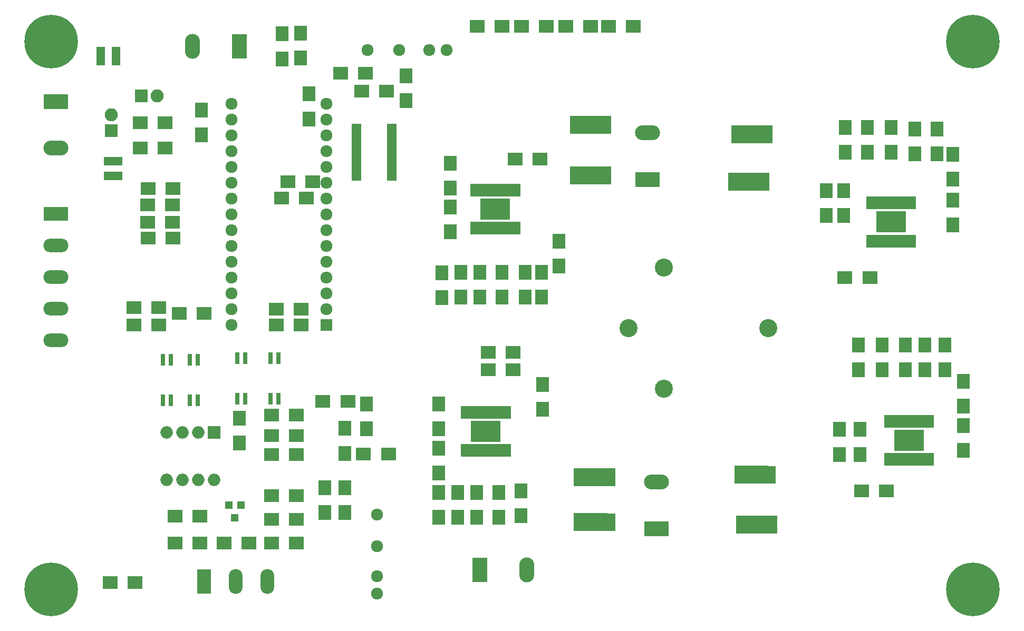
<source format=gts>
G04 #@! TF.FileFunction,Soldermask,Top*
%FSLAX46Y46*%
G04 Gerber Fmt 4.6, Leading zero omitted, Abs format (unit mm)*
G04 Created by KiCad (PCBNEW 4.0.6) date 11/14/17 15:59:32*
%MOMM*%
%LPD*%
G01*
G04 APERTURE LIST*
%ADD10C,0.100000*%
%ADD11C,2.900000*%
%ADD12R,2.100000X2.400000*%
%ADD13R,1.924000X1.924000*%
%ADD14C,1.924000*%
%ADD15R,2.400000X2.000000*%
%ADD16R,2.000000X2.400000*%
%ADD17R,2.400000X2.100000*%
%ADD18R,2.000000X2.000000*%
%ADD19O,2.000000X2.000000*%
%ADD20R,1.400000X0.850000*%
%ADD21R,5.400000X2.850000*%
%ADD22R,0.800000X1.900000*%
%ADD23R,1.100000X1.400000*%
%ADD24R,1.400000X1.100000*%
%ADD25R,1.200000X1.300000*%
%ADD26C,8.600000*%
%ADD27R,2.100000X2.100000*%
%ADD28O,2.100000X2.100000*%
%ADD29R,0.850000X2.050000*%
%ADD30R,4.720000X3.400000*%
%ADD31C,0.900000*%
%ADD32R,4.000000X2.200000*%
%ADD33O,4.000000X2.200000*%
%ADD34R,2.200000X4.000000*%
%ADD35O,2.200000X4.000000*%
%ADD36R,2.400000X4.000000*%
%ADD37O,2.400000X4.000000*%
%ADD38R,4.000000X2.400000*%
%ADD39O,4.000000X2.400000*%
%ADD40R,1.500000X0.800000*%
G04 APERTURE END LIST*
D10*
D11*
X133170000Y-64008000D03*
X110670000Y-64008000D03*
X116420000Y-73758000D03*
X116420000Y-54258000D03*
D12*
X156718000Y-32036000D03*
X156718000Y-36036000D03*
D13*
X62230000Y-63500000D03*
D14*
X62230000Y-60960000D03*
X62230000Y-58420000D03*
X62230000Y-55880000D03*
X62230000Y-53340000D03*
X62230000Y-50800000D03*
X62230000Y-48260000D03*
X62230000Y-45720000D03*
X62230000Y-43180000D03*
X62230000Y-40640000D03*
X62230000Y-38100000D03*
X62230000Y-35560000D03*
X62230000Y-33020000D03*
X62230000Y-30480000D03*
X62230000Y-27940000D03*
X46990000Y-27940000D03*
X46990000Y-30480000D03*
X46990000Y-33020000D03*
X46990000Y-35560000D03*
X46990000Y-38100000D03*
X46990000Y-40640000D03*
X46990000Y-43180000D03*
X46990000Y-45720000D03*
X46990000Y-48260000D03*
X46990000Y-50800000D03*
X46990000Y-53340000D03*
X46990000Y-55880000D03*
X46990000Y-58420000D03*
X46990000Y-60960000D03*
X46990000Y-63500000D03*
D15*
X35274000Y-60706000D03*
X31274000Y-60706000D03*
D16*
X42164000Y-32988000D03*
X42164000Y-28988000D03*
X149098000Y-35782000D03*
X149098000Y-31782000D03*
X142494000Y-41942000D03*
X142494000Y-45942000D03*
X145288000Y-41942000D03*
X145288000Y-45942000D03*
X58013600Y-20592800D03*
X58013600Y-16592800D03*
X152908000Y-35782000D03*
X152908000Y-31782000D03*
X55118000Y-20745200D03*
X55118000Y-16745200D03*
X90424000Y-55023000D03*
X90424000Y-59023000D03*
X99568000Y-50070000D03*
X99568000Y-54070000D03*
X96774000Y-55023000D03*
X96774000Y-59023000D03*
X86868000Y-55023000D03*
X86868000Y-59023000D03*
X94107000Y-59023000D03*
X94107000Y-55023000D03*
X151417000Y-70726000D03*
X151417000Y-66726000D03*
X144559000Y-80315000D03*
X144559000Y-84315000D03*
X147861000Y-80315000D03*
X147861000Y-84315000D03*
X155194000Y-70707000D03*
X155194000Y-66707000D03*
X147607000Y-66726000D03*
X147607000Y-70726000D03*
X65151000Y-84143600D03*
X65151000Y-80143600D03*
D15*
X68154800Y-84251800D03*
X72154800Y-84251800D03*
X53372000Y-98552000D03*
X57372000Y-98552000D03*
D16*
X89916000Y-90456000D03*
X89916000Y-94456000D03*
D15*
X92170000Y-67945000D03*
X88170000Y-67945000D03*
X41878000Y-94234000D03*
X37878000Y-94234000D03*
D16*
X96901000Y-73057000D03*
X96901000Y-77057000D03*
D15*
X53372000Y-94742000D03*
X57372000Y-94742000D03*
D16*
X86360000Y-90456000D03*
X86360000Y-94456000D03*
D15*
X41878000Y-98552000D03*
X37878000Y-98552000D03*
X31464000Y-104902000D03*
X27464000Y-104902000D03*
D16*
X93472000Y-94176600D03*
X93472000Y-90176600D03*
D12*
X162814000Y-40100000D03*
X162814000Y-36100000D03*
D17*
X90392000Y-15494000D03*
X86392000Y-15494000D03*
D12*
X82072500Y-44526500D03*
X82072500Y-48526500D03*
X80264000Y-83344000D03*
X80264000Y-87344000D03*
D17*
X65627000Y-75793600D03*
X61627000Y-75793600D03*
X64471800Y-23088600D03*
X68471800Y-23088600D03*
D12*
X65125600Y-89668600D03*
X65125600Y-93668600D03*
X162814000Y-43466000D03*
X162814000Y-47466000D03*
X160274000Y-32036000D03*
X160274000Y-36036000D03*
D17*
X145447000Y-55880000D03*
X149447000Y-55880000D03*
D12*
X74980800Y-27450800D03*
X74980800Y-23450800D03*
X82067400Y-41547800D03*
X82067400Y-37547800D03*
D17*
X93504000Y-15494000D03*
X97504000Y-15494000D03*
X100616000Y-15494000D03*
X104616000Y-15494000D03*
X107474000Y-15494000D03*
X111474000Y-15494000D03*
D12*
X80772000Y-59150000D03*
X80772000Y-55150000D03*
X83820000Y-59023000D03*
X83820000Y-55023000D03*
D17*
X96488000Y-36830000D03*
X92488000Y-36830000D03*
X31274000Y-63500000D03*
X35274000Y-63500000D03*
X32290000Y-30988000D03*
X36290000Y-30988000D03*
X32290000Y-35052000D03*
X36290000Y-35052000D03*
D12*
X164465000Y-79661000D03*
X164465000Y-83661000D03*
X161544000Y-66707000D03*
X161544000Y-70707000D03*
D17*
X54134000Y-60960000D03*
X58134000Y-60960000D03*
X58997600Y-43078400D03*
X54997600Y-43078400D03*
X58134000Y-63500000D03*
X54134000Y-63500000D03*
X55988200Y-40462200D03*
X59988200Y-40462200D03*
D12*
X158275000Y-66726000D03*
X158275000Y-70726000D03*
D17*
X148114000Y-90170000D03*
X152114000Y-90170000D03*
X57372000Y-77978000D03*
X53372000Y-77978000D03*
D12*
X48260000Y-78518000D03*
X48260000Y-82518000D03*
D17*
X57372000Y-84328000D03*
X53372000Y-84328000D03*
X57372000Y-81280000D03*
X53372000Y-81280000D03*
D12*
X80264000Y-80232000D03*
X80264000Y-76232000D03*
X68656200Y-76232000D03*
X68656200Y-80232000D03*
D17*
X45752000Y-98552000D03*
X49752000Y-98552000D03*
D12*
X61976000Y-89694000D03*
X61976000Y-93694000D03*
D17*
X53372000Y-90932000D03*
X57372000Y-90932000D03*
D12*
X80264000Y-94456000D03*
X80264000Y-90456000D03*
X83312000Y-94456000D03*
X83312000Y-90456000D03*
D17*
X92170000Y-70739000D03*
X88170000Y-70739000D03*
D14*
X81534000Y-19304000D03*
X78740000Y-19304000D03*
X73914000Y-19304000D03*
X68834000Y-19304000D03*
X70358000Y-106680000D03*
X70358000Y-103886000D03*
X70358000Y-99060000D03*
X70358000Y-93980000D03*
D18*
X44196000Y-80772000D03*
D19*
X36576000Y-88392000D03*
X41656000Y-80772000D03*
X39116000Y-88392000D03*
X39116000Y-80772000D03*
X41656000Y-88392000D03*
X36576000Y-80772000D03*
X44196000Y-88392000D03*
D20*
X132640000Y-40164000D03*
X132640000Y-39514000D03*
X132640000Y-40824000D03*
X132640000Y-41484000D03*
D21*
X129410000Y-40494000D03*
D20*
X107240000Y-39148000D03*
X107240000Y-38498000D03*
X107240000Y-39808000D03*
X107240000Y-40468000D03*
D21*
X104010000Y-39478000D03*
D20*
X133148000Y-32544000D03*
X133148000Y-31894000D03*
X133148000Y-33204000D03*
X133148000Y-33864000D03*
D21*
X129918000Y-32874000D03*
D20*
X107240000Y-31020000D03*
X107240000Y-30370000D03*
X107240000Y-31680000D03*
X107240000Y-32340000D03*
D21*
X104010000Y-31350000D03*
D20*
X133656000Y-87281000D03*
X133656000Y-86631000D03*
X133656000Y-87941000D03*
X133656000Y-88601000D03*
D21*
X130426000Y-87611000D03*
D20*
X107875000Y-87662000D03*
X107875000Y-87012000D03*
X107875000Y-88322000D03*
X107875000Y-88982000D03*
D21*
X104645000Y-87992000D03*
D20*
X133910000Y-95282000D03*
X133910000Y-94632000D03*
X133910000Y-95942000D03*
X133910000Y-96602000D03*
D21*
X130680000Y-95612000D03*
D20*
X107875000Y-94901000D03*
X107875000Y-94251000D03*
X107875000Y-95561000D03*
X107875000Y-96221000D03*
D21*
X104645000Y-95231000D03*
D22*
X53213000Y-75411000D03*
X54483000Y-75411000D03*
X54483000Y-68861000D03*
X53213000Y-68861000D03*
X47879000Y-75411000D03*
X49149000Y-75411000D03*
X49149000Y-68861000D03*
X47879000Y-68861000D03*
X41529000Y-69115000D03*
X40259000Y-69115000D03*
X40259000Y-75665000D03*
X41529000Y-75665000D03*
X37211000Y-69115000D03*
X35941000Y-69115000D03*
X35941000Y-75665000D03*
X37211000Y-75665000D03*
D16*
X145542000Y-31782000D03*
X145542000Y-35782000D03*
D17*
X71850000Y-25958800D03*
X67850000Y-25958800D03*
D23*
X26990000Y-39554000D03*
X27940000Y-39554000D03*
X28890000Y-39554000D03*
X28890000Y-37154000D03*
X27940000Y-37154000D03*
X26990000Y-37154000D03*
D24*
X28378000Y-21270000D03*
X28378000Y-20320000D03*
X28378000Y-19370000D03*
X25978000Y-19370000D03*
X25978000Y-20320000D03*
X25978000Y-21270000D03*
D12*
X164465000Y-76549000D03*
X164465000Y-72549000D03*
D25*
X48448000Y-92472000D03*
X46548000Y-92472000D03*
X47498000Y-94472000D03*
D26*
X166000000Y-106000000D03*
X18000000Y-18000000D03*
X166000000Y-18000000D03*
X18000000Y-106000000D03*
D27*
X27686000Y-32258000D03*
D28*
X27686000Y-29718000D03*
D27*
X32512000Y-26670000D03*
D28*
X35052000Y-26670000D03*
D29*
X149300000Y-50021000D03*
X149950000Y-50021000D03*
X150600000Y-50021000D03*
X151250000Y-50021000D03*
X151900000Y-50021000D03*
X152550000Y-50021000D03*
X153200000Y-50021000D03*
X153850000Y-50021000D03*
X154500000Y-50021000D03*
X155150000Y-50021000D03*
X155800000Y-50021000D03*
X156450000Y-50021000D03*
X156450000Y-43921000D03*
X155800000Y-43921000D03*
X155150000Y-43921000D03*
X154500000Y-43921000D03*
X153850000Y-43921000D03*
X153200000Y-43921000D03*
X152550000Y-43921000D03*
X151900000Y-43921000D03*
X151250000Y-43921000D03*
X150600000Y-43921000D03*
X149950000Y-43921000D03*
X149300000Y-43921000D03*
D30*
X152875000Y-46971000D03*
D31*
X151732000Y-45828000D03*
X154018000Y-45828000D03*
X154018000Y-48114000D03*
X151732000Y-48114000D03*
X151732000Y-46971000D03*
X152494000Y-48114000D03*
X152494000Y-46971000D03*
X152494000Y-45828000D03*
X153256000Y-45828000D03*
X153256000Y-46971000D03*
X153256000Y-48114000D03*
X154018000Y-46971000D03*
D29*
X92886500Y-41825500D03*
X92236500Y-41825500D03*
X91586500Y-41825500D03*
X90936500Y-41825500D03*
X90286500Y-41825500D03*
X89636500Y-41825500D03*
X88986500Y-41825500D03*
X88336500Y-41825500D03*
X87686500Y-41825500D03*
X87036500Y-41825500D03*
X86386500Y-41825500D03*
X85736500Y-41825500D03*
X85736500Y-47925500D03*
X86386500Y-47925500D03*
X87036500Y-47925500D03*
X87686500Y-47925500D03*
X88336500Y-47925500D03*
X88986500Y-47925500D03*
X89636500Y-47925500D03*
X90286500Y-47925500D03*
X90936500Y-47925500D03*
X91586500Y-47925500D03*
X92236500Y-47925500D03*
X92886500Y-47925500D03*
D30*
X89311500Y-44875500D03*
D31*
X90454500Y-46018500D03*
X88168500Y-46018500D03*
X88168500Y-43732500D03*
X90454500Y-43732500D03*
X90454500Y-44875500D03*
X89692500Y-43732500D03*
X89692500Y-44875500D03*
X89692500Y-46018500D03*
X88930500Y-46018500D03*
X88930500Y-44875500D03*
X88930500Y-43732500D03*
X88168500Y-44875500D03*
D29*
X152160000Y-85111000D03*
X152810000Y-85111000D03*
X153460000Y-85111000D03*
X154110000Y-85111000D03*
X154760000Y-85111000D03*
X155410000Y-85111000D03*
X156060000Y-85111000D03*
X156710000Y-85111000D03*
X157360000Y-85111000D03*
X158010000Y-85111000D03*
X158660000Y-85111000D03*
X159310000Y-85111000D03*
X159310000Y-79011000D03*
X158660000Y-79011000D03*
X158010000Y-79011000D03*
X157360000Y-79011000D03*
X156710000Y-79011000D03*
X156060000Y-79011000D03*
X155410000Y-79011000D03*
X154760000Y-79011000D03*
X154110000Y-79011000D03*
X153460000Y-79011000D03*
X152810000Y-79011000D03*
X152160000Y-79011000D03*
D30*
X155735000Y-82061000D03*
D31*
X154592000Y-80918000D03*
X156878000Y-80918000D03*
X156878000Y-83204000D03*
X154592000Y-83204000D03*
X154592000Y-82061000D03*
X155354000Y-83204000D03*
X155354000Y-82061000D03*
X155354000Y-80918000D03*
X156116000Y-80918000D03*
X156116000Y-82061000D03*
X156116000Y-83204000D03*
X156878000Y-82061000D03*
D29*
X91365000Y-77614000D03*
X90715000Y-77614000D03*
X90065000Y-77614000D03*
X89415000Y-77614000D03*
X88765000Y-77614000D03*
X88115000Y-77614000D03*
X87465000Y-77614000D03*
X86815000Y-77614000D03*
X86165000Y-77614000D03*
X85515000Y-77614000D03*
X84865000Y-77614000D03*
X84215000Y-77614000D03*
X84215000Y-83714000D03*
X84865000Y-83714000D03*
X85515000Y-83714000D03*
X86165000Y-83714000D03*
X86815000Y-83714000D03*
X87465000Y-83714000D03*
X88115000Y-83714000D03*
X88765000Y-83714000D03*
X89415000Y-83714000D03*
X90065000Y-83714000D03*
X90715000Y-83714000D03*
X91365000Y-83714000D03*
D30*
X87790000Y-80664000D03*
D31*
X88933000Y-81807000D03*
X86647000Y-81807000D03*
X86647000Y-79521000D03*
X88933000Y-79521000D03*
X88933000Y-80664000D03*
X88171000Y-79521000D03*
X88171000Y-80664000D03*
X88171000Y-81807000D03*
X87409000Y-81807000D03*
X87409000Y-80664000D03*
X87409000Y-79521000D03*
X86647000Y-80664000D03*
D32*
X18800000Y-45700000D03*
D33*
X18800000Y-50780000D03*
X18800000Y-55860000D03*
X18800000Y-60940000D03*
X18800000Y-66020000D03*
D34*
X42545000Y-104749600D03*
D35*
X47625000Y-104749600D03*
X52705000Y-104749600D03*
D36*
X86842600Y-102920800D03*
D37*
X94342600Y-102920800D03*
D38*
X113792000Y-40132000D03*
D39*
X113792000Y-32632000D03*
D38*
X18800000Y-27600000D03*
D39*
X18800000Y-35100000D03*
D36*
X48200000Y-18700000D03*
D37*
X40700000Y-18700000D03*
D38*
X115189000Y-96266000D03*
D39*
X115189000Y-88766000D03*
D15*
X38538400Y-61696600D03*
X42538400Y-61696600D03*
D17*
X37509200Y-47015400D03*
X33509200Y-47015400D03*
X33585400Y-49580800D03*
X37585400Y-49580800D03*
X37509200Y-44246800D03*
X33509200Y-44246800D03*
X33560000Y-41579800D03*
X37560000Y-41579800D03*
D12*
X59385200Y-26397200D03*
X59385200Y-30397200D03*
D40*
X72700000Y-39988200D03*
X72700000Y-39338200D03*
X72700000Y-38688200D03*
X72700000Y-38038200D03*
X72700000Y-37388200D03*
X72700000Y-36738200D03*
X72700000Y-36088200D03*
X72700000Y-35438200D03*
X72700000Y-34788200D03*
X72700000Y-34138200D03*
X72700000Y-33488200D03*
X72700000Y-32838200D03*
X72700000Y-32188200D03*
X72700000Y-31538200D03*
X67000000Y-31538200D03*
X67000000Y-32188200D03*
X67000000Y-32838200D03*
X67000000Y-33488200D03*
X67000000Y-34138200D03*
X67000000Y-34788200D03*
X67000000Y-35438200D03*
X67000000Y-36088200D03*
X67000000Y-36738200D03*
X67000000Y-37388200D03*
X67000000Y-38038200D03*
X67000000Y-38688200D03*
X67000000Y-39338200D03*
X67000000Y-39988200D03*
M02*

</source>
